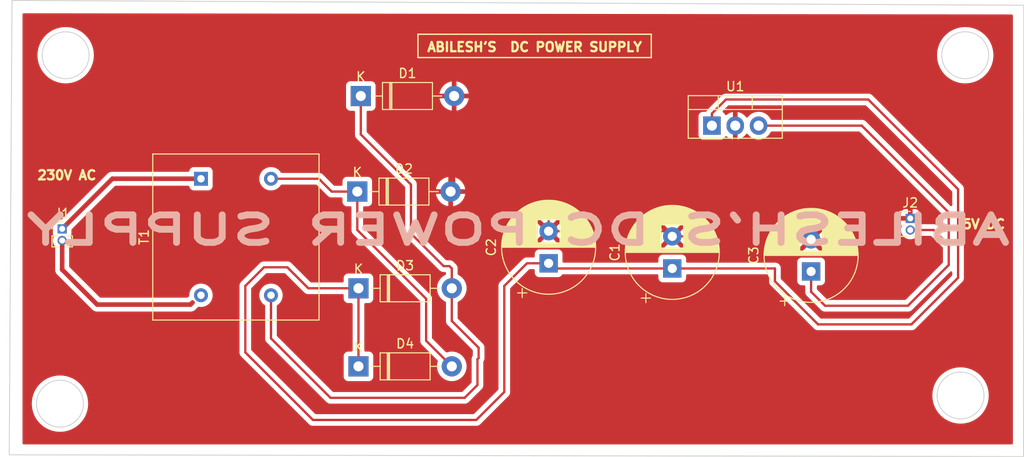
<source format=kicad_pcb>
(kicad_pcb (version 20211014) (generator pcbnew)
  (layers (0 "F.Cu" signal) (31 "B.Cu" signal) (34 "B.Paste" user) (35 "F.Paste" user) (36 "B.SilkS" user "B.Silkscreen") (37 "F.SilkS" user "F.Silkscreen") (38 "B.Mask" user) (39 "F.Mask" user) (44 "Edge.Cuts" user))
  (net 0 "")
  (net 1 "Net-(J1-Pad1)")
  (net 2 "Net-(D2-Pad1)")
  (net 3 "Net-(D1-Pad1)")
  (net 4 "Net-(C1-Pad1)")
  (net 5 "GND")
  (net 6 "Net-(C3-Pad1)")
  (net 7 "Net-(J1-Pad2)")
  (footprint "Diode_THT:D_DO-41_SOD81_P10.16mm_Horizontal" (layer "F.Cu") (at 120.396 65.151)
    (fp_text reference "D4" (at 5.08 -2.47) (layer "F.SilkS"))
    (fp_text value "1N4007")
    (fp_text user "K" (at 0 -2.1) (layer "F.SilkS"))
    (pad "1" thru_hole rect (at 0 0) (size 2.2 2.2) (drill 1.1) (layers *.Cu *.Mask) (net 4 "Net-(C1-Pad1)"))
    (pad "2" thru_hole oval (at 10.16 0) (size 2.2 2.2) (drill 1.1) (layers *.Cu *.Mask) (net 2 "Net-(D2-Pad1)"))
  )
  (footprint "Capacitor_THT:CP_Radial_D10.0mm_P3.50mm" (layer "F.Cu") (at 141.097 53.919 90)
    (fp_text reference "C2" (at 1.75 -6.25 90) (layer "F.SilkS"))
    (fp_text value "0.01uF")
    (pad "1" thru_hole rect (at 0 0 90) (size 2 2) (drill 1) (layers *.Cu *.Mask) (net 4 "Net-(C1-Pad1)"))
    (pad "2" thru_hole circle (at 3.5 0 90) (size 2 2) (drill 1) (layers *.Cu *.Mask) (net 5 "GND"))
  )
  (footprint "Capacitor_THT:CP_Radial_D10.0mm_P3.50mm" (layer "F.Cu") (at 169.672 54.808 90)
    (fp_text reference "C3" (at 1.75 -6.25 90) (layer "F.SilkS"))
    (fp_text value "0.01uF")
    (pad "1" thru_hole rect (at 0 0 90) (size 2 2) (drill 1) (layers *.Cu *.Mask) (net 6 "Net-(C3-Pad1)"))
    (pad "2" thru_hole circle (at 3.5 0 90) (size 2 2) (drill 1) (layers *.Cu *.Mask) (net 5 "GND"))
  )
  (footprint "Capacitor_THT:CP_Radial_D10.0mm_P3.50mm" (layer "F.Cu") (at 154.559 54.483 90)
    (fp_text reference "C1" (at 1.75 -6.25 90) (layer "F.SilkS"))
    (fp_text value "470uF")
    (pad "1" thru_hole rect (at 0 0 90) (size 2 2) (drill 1) (layers *.Cu *.Mask) (net 4 "Net-(C1-Pad1)"))
    (pad "2" thru_hole circle (at 3.5 0 90) (size 2 2) (drill 1) (layers *.Cu *.Mask) (net 5 "GND"))
  )
  (footprint "Connector_PinHeader_1.27mm:PinHeader_1x02_P1.27mm_Vertical" (layer "F.Cu") (at 88.138 50.165)
    (fp_text reference "J1" (at 0 -1.695) (layer "F.SilkS"))
    (fp_text value "Conn_01x02_Male")
    (pad "1" thru_hole rect (at 0 0) (size 1 1) (drill 0.65) (layers *.Cu *.Mask) (net 1 "Net-(J1-Pad1)"))
    (pad "2" thru_hole oval (at 0 1.27) (size 1 1) (drill 0.65) (layers *.Cu *.Mask) (net 7 "Net-(J1-Pad2)"))
  )
  (footprint "Package_TO_SOT_THT:TO-220-3_Vertical" (layer "F.Cu") (at 158.877 38.918)
    (fp_text reference "U1" (at 2.54 -4.27) (layer "F.SilkS"))
    (fp_text value "LM7805_TO220")
    (pad "1" thru_hole rect (at 0 0) (size 1.905 2) (drill 1.1) (layers *.Cu *.Mask) (net 4 "Net-(C1-Pad1)"))
    (pad "2" thru_hole oval (at 2.54 0) (size 1.905 2) (drill 1.1) (layers *.Cu *.Mask) (net 5 "GND"))
    (pad "3" thru_hole oval (at 5.08 0) (size 1.905 2) (drill 1.1) (layers *.Cu *.Mask) (net 6 "Net-(C3-Pad1)"))
  )
  (footprint "Diode_THT:D_DO-41_SOD81_P10.16mm_Horizontal" (layer "F.Cu") (at 120.396 56.642)
    (fp_text reference "D3" (at 5.08 -2.47) (layer "F.SilkS"))
    (fp_text value "1N4007")
    (fp_text user "K" (at 0 -2.1) (layer "F.SilkS"))
    (pad "1" thru_hole rect (at 0 0) (size 2.2 2.2) (drill 1.1) (layers *.Cu *.Mask) (net 4 "Net-(C1-Pad1)"))
    (pad "2" thru_hole oval (at 10.16 0) (size 2.2 2.2) (drill 1.1) (layers *.Cu *.Mask) (net 3 "Net-(D1-Pad1)"))
  )
  (footprint "Diode_THT:D_DO-41_SOD81_P10.16mm_Horizontal" (layer "F.Cu") (at 120.269 46.101)
    (fp_text reference "D2" (at 5.08 -2.47) (layer "F.SilkS"))
    (fp_text value "1N4007")
    (fp_text user "K" (at 0 -2.1) (layer "F.SilkS"))
    (pad "1" thru_hole rect (at 0 0) (size 2.2 2.2) (drill 1.1) (layers *.Cu *.Mask) (net 2 "Net-(D2-Pad1)"))
    (pad "2" thru_hole oval (at 10.16 0) (size 2.2 2.2) (drill 1.1) (layers *.Cu *.Mask) (net 5 "GND"))
  )
  (footprint "Transformer_THT:Transformer_NF_ETAL_1-1_P1200" (layer "F.Cu") (at 103.251 44.704 90)
    (fp_text reference "T1" (at -6.35 -6.2 90) (layer "F.SilkS"))
    (fp_text value "Transformer_1P_1S")
    (pad "1" thru_hole rect (at 0 0 90) (size 1.52 1.52) (drill 0.81) (layers *.Cu *.Mask) (net 1 "Net-(J1-Pad1)"))
    (pad "3" thru_hole circle (at 0 7.62 90) (size 1.52 1.52) (drill 0.81) (layers *.Cu *.Mask) (net 2 "Net-(D2-Pad1)"))
    (pad "4" thru_hole circle (at -12.7 7.62 90) (size 1.52 1.52) (drill 0.81) (layers *.Cu *.Mask) (net 3 "Net-(D1-Pad1)"))
    (pad "6" thru_hole circle (at -12.7 0 90) (size 1.52 1.52) (drill 0.81) (layers *.Cu *.Mask))
  )
  (footprint "Connector_PinHeader_1.27mm:PinHeader_1x02_P1.27mm_Vertical" (layer "F.Cu") (at 180.467 49.022)
    (fp_text reference "J2" (at 0 -1.695) (layer "F.SilkS"))
    (fp_text value "Conn_01x02_Male")
    (pad "1" thru_hole rect (at 0 0) (size 1 1) (drill 0.65) (layers *.Cu *.Mask) (net 5 "GND"))
    (pad "2" thru_hole oval (at 0 1.27) (size 1 1) (drill 0.65) (layers *.Cu *.Mask) (net 6 "Net-(C3-Pad1)"))
  )
  (footprint "Diode_THT:D_DO-41_SOD81_P10.16mm_Horizontal" (layer "F.Cu") (at 120.65 35.687)
    (fp_text reference "D1" (at 5.08 -2.47) (layer "F.SilkS"))
    (fp_text value "1N4007")
    (fp_text user "K" (at 0 -2.1) (layer "F.SilkS"))
    (pad "1" thru_hole rect (at 0 0) (size 2.2 2.2) (drill 1.1) (layers *.Cu *.Mask) (net 3 "Net-(D1-Pad1)"))
    (pad "2" thru_hole oval (at 10.16 0) (size 2.2 2.2) (drill 1.1) (layers *.Cu *.Mask) (net 5 "GND"))
  )
  (gr_line (start 152.273 28.956) (end 126.873 28.956) (layer "F.SilkS") (width 0.15))
  (gr_line (start 152.273 31.496) (end 152.273 28.956) (layer "F.SilkS") (width 0.15))
  (gr_line (start 126.873 28.956) (end 126.873 31.496) (layer "F.SilkS") (width 0.15))
  (gr_line (start 126.873 31.496) (end 152.273 31.496) (layer "F.SilkS") (width 0.15))
  (gr_poly (pts (xy 192.80268 74.980756) (xy 82.374995 74.788447) (xy 82.677 25.273) (xy 192.824311 25.793137)) (layer "Edge.Cuts") (width 0.1) (fill none))
  (gr_circle (center 186.451825 31.242) (end 188.737825 32.385) (layer "Edge.Cuts") (width 0.1) (fill none))
  (gr_circle (center 87.899825 69.215) (end 90.185825 70.358) (layer "Edge.Cuts") (width 0.1) (fill none))
  (gr_circle (center 185.943825 68.326) (end 188.229825 69.469) (layer "Edge.Cuts") (width 0.1) (fill none))
  (gr_circle (center 88.519 31.242) (end 90.805 32.385) (layer "Edge.Cuts") (width 0.1) (fill none))
  (gr_text "ABILESH'S DC POWER SUPPLY" (at 137.795 50.292) (layer "B.SilkS") (effects (font (size 3 4.75) (thickness 0.75)) (justify mirror)))
  (gr_text "5V DC" (at 188.468 49.657) (layer "F.SilkS") (effects (font (size 1 1) (thickness 0.25))))
  (gr_text "230V AC" (at 88.646 44.323) (layer "F.SilkS") (effects (font (size 1 1) (thickness 0.25))))
  (gr_text "ABILESH'S  DC POWER SUPPLY" (at 139.573 30.353) (layer "F.SilkS") (effects (font (size 1 1) (thickness 0.25))))
  (segment (start 88.138 50.165) (end 93.599 44.704) (width 0.5) (layer "F.Cu") (net 1))
  (segment (start 93.599 44.704) (end 103.251 44.704) (width 0.5) (layer "F.Cu") (net 1))
  (segment (start 120.269 50.292) (end 127.762 57.785) (width 0.25) (layer "F.Cu") (net 2))
  (segment (start 116.078 44.704) (end 117.475 46.101) (width 0.25) (layer "F.Cu") (net 2))
  (segment (start 110.871 44.704) (end 116.078 44.704) (width 0.25) (layer "F.Cu") (net 2))
  (segment (start 127.762 62.357) (end 130.556 65.151) (width 0.25) (layer "F.Cu") (net 2))
  (segment (start 120.269 46.101) (end 120.269 50.292) (width 0.25) (layer "F.Cu") (net 2))
  (segment (start 127.762 57.785) (end 127.762 62.357) (width 0.25) (layer "F.Cu") (net 2))
  (segment (start 117.475 46.101) (end 120.269 46.101) (width 0.25) (layer "F.Cu") (net 2))
  (segment (start 130.556 54.483) (end 130.556 56.642) (width 0.25) (layer "F.Cu") (net 3))
  (segment (start 126.111 50.673) (end 129.667 54.229) (width 0.25) (layer "F.Cu") (net 3))
  (segment (start 120.65 39.878) (end 126.111 45.339) (width 0.25) (layer "F.Cu") (net 3))
  (segment (start 130.302 54.229) (end 130.556 54.483) (width 0.25) (layer "F.Cu") (net 3))
  (segment (start 133.35 67.183) (end 131.953 68.58) (width 0.25) (layer "F.Cu") (net 3))
  (segment (start 133.477 64.244564) (end 133.35 64.371564) (width 0.25) (layer "F.Cu") (net 3))
  (segment (start 130.556 56.642) (end 130.556 60.198) (width 0.25) (layer "F.Cu") (net 3))
  (segment (start 133.477 63.119) (end 133.477 64.244564) (width 0.25) (layer "F.Cu") (net 3))
  (segment (start 131.953 68.58) (end 117.348 68.58) (width 0.25) (layer "F.Cu") (net 3))
  (segment (start 120.65 35.687) (end 120.65 39.878) (width 0.25) (layer "F.Cu") (net 3))
  (segment (start 133.35 64.371564) (end 133.35 67.183) (width 0.25) (layer "F.Cu") (net 3))
  (segment (start 129.667 54.229) (end 130.302 54.229) (width 0.25) (layer "F.Cu") (net 3))
  (segment (start 110.871 62.103) (end 110.871 57.404) (width 0.25) (layer "F.Cu") (net 3))
  (segment (start 117.348 68.58) (end 110.871 62.103) (width 0.25) (layer "F.Cu") (net 3))
  (segment (start 126.111 45.339) (end 126.111 50.673) (width 0.25) (layer "F.Cu") (net 3))
  (segment (start 130.556 60.198) (end 133.477 63.119) (width 0.25) (layer "F.Cu") (net 3))
  (segment (start 133.223 70.993) (end 136.271 67.945) (width 0.25) (layer "F.Cu") (net 4))
  (segment (start 158.877 37.592) (end 160.401 36.068) (width 0.25) (layer "F.Cu") (net 4))
  (segment (start 108.077 56.388) (end 108.077 63.627) (width 0.25) (layer "F.Cu") (net 4))
  (segment (start 160.401 36.068) (end 175.895 36.068) (width 0.25) (layer "F.Cu") (net 4))
  (segment (start 170.434 60.579) (end 165.735 55.88) (width 0.25) (layer "F.Cu") (net 4))
  (segment (start 165.735 54.483) (end 154.559 54.483) (width 0.25) (layer "F.Cu") (net 4))
  (segment (start 158.877 38.918) (end 158.877 37.592) (width 0.25) (layer "F.Cu") (net 4))
  (segment (start 180.594 60.579) (end 170.434 60.579) (width 0.25) (layer "F.Cu") (net 4))
  (segment (start 165.735 55.88) (end 165.735 54.483) (width 0.25) (layer "F.Cu") (net 4))
  (segment (start 175.895 36.068) (end 185.674 45.847) (width 0.25) (layer "F.Cu") (net 4))
  (segment (start 185.674 55.499) (end 180.594 60.579) (width 0.25) (layer "F.Cu") (net 4))
  (segment (start 136.271 56.388) (end 138.74 53.919) (width 0.25) (layer "F.Cu") (net 4))
  (segment (start 112.649 54.356) (end 110.109 54.356) (width 0.25) (layer "F.Cu") (net 4))
  (segment (start 136.271 67.945) (end 136.271 56.388) (width 0.25) (layer "F.Cu") (net 4))
  (segment (start 108.077 63.627) (end 115.443 70.993) (width 0.25) (layer "F.Cu") (net 4))
  (segment (start 114.935 56.642) (end 112.649 54.356) (width 0.25) (layer "F.Cu") (net 4))
  (segment (start 154.559 54.483) (end 141.661 54.483) (width 0.25) (layer "F.Cu") (net 4))
  (segment (start 110.109 54.356) (end 108.077 56.388) (width 0.25) (layer "F.Cu") (net 4))
  (segment (start 138.74 53.919) (end 141.097 53.919) (width 0.25) (layer "F.Cu") (net 4))
  (segment (start 120.396 65.151) (end 120.396 56.642) (width 0.25) (layer "F.Cu") (net 4))
  (segment (start 120.396 56.642) (end 114.935 56.642) (width 0.25) (layer "F.Cu") (net 4))
  (segment (start 115.443 70.993) (end 133.223 70.993) (width 0.25) (layer "F.Cu") (net 4))
  (segment (start 185.674 45.847) (end 185.674 55.499) (width 0.25) (layer "F.Cu") (net 4))
  (segment (start 141.661 54.483) (end 141.097 53.919) (width 0.25) (layer "F.Cu") (net 4))
  (segment (start 169.672 51.308) (end 164.846 46.482) (width 0.25) (layer "F.Cu") (net 5))
  (segment (start 130.429 46.101) (end 138.303 46.101) (width 0.25) (layer "F.Cu") (net 5))
  (segment (start 161.417 46.482) (end 161.417 38.918) (width 0.25) (layer "F.Cu") (net 5))
  (segment (start 141.097 50.419) (end 153.995 50.419) (width 0.25) (layer "F.Cu") (net 5))
  (segment (start 153.995 50.419) (end 154.559 50.983) (width 0.25) (layer "F.Cu") (net 5))
  (segment (start 141.097 48.895) (end 141.097 50.419) (width 0.25) (layer "F.Cu") (net 5))
  (segment (start 130.81 45.72) (end 130.429 46.101) (width 0.25) (layer "F.Cu") (net 5))
  (segment (start 154.559 50.983) (end 156.916 50.983) (width 0.25) (layer "F.Cu") (net 5))
  (segment (start 156.916 50.983) (end 161.417 46.482) (width 0.25) (layer "F.Cu") (net 5))
  (segment (start 173.736 49.022) (end 180.467 49.022) (width 0.25) (layer "F.Cu") (net 5))
  (segment (start 130.81 35.687) (end 130.81 45.72) (width 0.25) (layer "F.Cu") (net 5))
  (segment (start 138.303 46.101) (end 141.097 48.895) (width 0.25) (layer "F.Cu") (net 5))
  (segment (start 169.672 51.308) (end 171.45 51.308) (width 0.25) (layer "F.Cu") (net 5))
  (segment (start 164.846 46.482) (end 161.417 46.482) (width 0.25) (layer "F.Cu") (net 5))
  (segment (start 171.45 51.308) (end 173.736 49.022) (width 0.25) (layer "F.Cu") (net 5))
  (segment (start 183.007 50.292) (end 184.658 51.943) (width 0.25) (layer "F.Cu") (net 6))
  (segment (start 184.658 51.943) (end 184.658 54.102) (width 0.25) (layer "F.Cu") (net 6))
  (segment (start 180.213 58.547) (end 171.196 58.547) (width 0.25) (layer "F.Cu") (net 6))
  (segment (start 169.672 57.023) (end 169.672 54.808) (width 0.25) (layer "F.Cu") (net 6))
  (segment (start 180.467 50.292) (end 183.007 50.292) (width 0.25) (layer "F.Cu") (net 6))
  (segment (start 163.957 38.918) (end 175.189 38.918) (width 0.25) (layer "F.Cu") (net 6))
  (segment (start 175.189 38.918) (end 184.658 48.387) (width 0.25) (layer "F.Cu") (net 6))
  (segment (start 184.658 54.102) (end 180.213 58.547) (width 0.25) (layer "F.Cu") (net 6))
  (segment (start 184.658 48.387) (end 184.658 51.943) (width 0.25) (layer "F.Cu") (net 6))
  (segment (start 171.196 58.547) (end 169.672 57.023) (width 0.25) (layer "F.Cu") (net 6))
  (segment (start 88.138 54.61) (end 91.948 58.42) (width 0.5) (layer "F.Cu") (net 7))
  (segment (start 91.948 58.42) (end 102.108 58.42) (width 0.5) (layer "F.Cu") (net 7))
  (segment (start 88.138 51.435) (end 88.138 54.61) (width 0.5) (layer "F.Cu") (net 7))
  (segment (start 102.108 58.42) (end 102.332246 58.195754) (width 0.5) (layer "F.Cu") (net 7))
  (zone (net 5) (net_name "GND") (layer "F.Cu") (connect_pads (clearance 0.508)) (min_thickness 0.254) (fill yes (thermal_gap 0.508) (thermal_bridge_width 0.508))
    (polygon (pts (xy 191.643 26.797) (xy 191.643 73.66) (xy 83.82 73.66) (xy 83.82 26.67)))
  )
)
</source>
